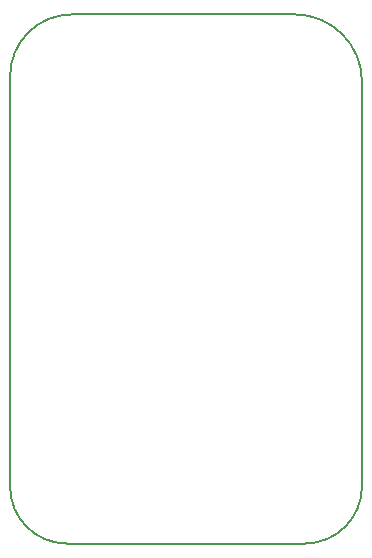
<source format=gbr>
G04 #@! TF.GenerationSoftware,KiCad,Pcbnew,(5.0.1)-4*
G04 #@! TF.CreationDate,2019-04-29T20:25:55+02:00*
G04 #@! TF.ProjectId,MyWallSwitch,4D7957616C6C5377697463682E6B6963,2*
G04 #@! TF.SameCoordinates,Original*
G04 #@! TF.FileFunction,Profile,NP*
%FSLAX46Y46*%
G04 Gerber Fmt 4.6, Leading zero omitted, Abs format (unit mm)*
G04 Created by KiCad (PCBNEW (5.0.1)-4) date 29.04.2019 20:25:55*
%MOMM*%
%LPD*%
G01*
G04 APERTURE LIST*
%ADD10C,0.200000*%
G04 APERTURE END LIST*
D10*
X154305000Y-80645000D02*
X154305000Y-114880250D01*
X129739346Y-74936336D02*
X148596336Y-74936336D01*
X148596336Y-74936336D02*
G75*
G02X154305000Y-80645000I0J-5708664D01*
G01*
X124505000Y-114924219D02*
X124505000Y-80170682D01*
X154305000Y-114880250D02*
G75*
G02X149448914Y-119736336I-4856086J0D01*
G01*
X149448914Y-119736336D02*
X129317116Y-119736336D01*
X129317116Y-119736335D02*
G75*
G02X124505000Y-114924219I0J4812116D01*
G01*
X124505000Y-80170682D02*
G75*
G02X129739346Y-74936336I5234346J0D01*
G01*
M02*

</source>
